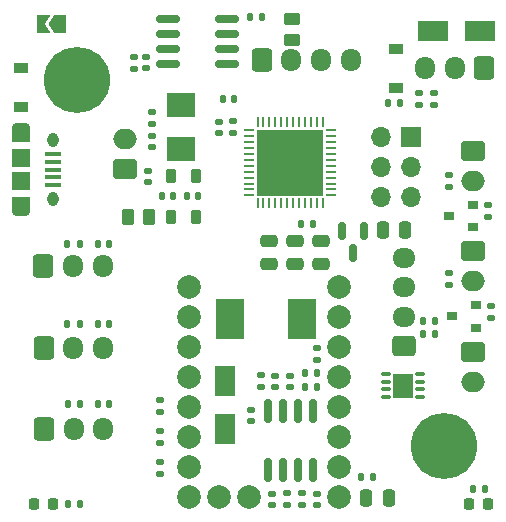
<source format=gbr>
%TF.GenerationSoftware,KiCad,Pcbnew,(6.0.2)*%
%TF.CreationDate,2022-03-22T21:07:05-04:00*%
%TF.ProjectId,turbocan,74757262-6f63-4616-9e2e-6b696361645f,rev?*%
%TF.SameCoordinates,Original*%
%TF.FileFunction,Soldermask,Top*%
%TF.FilePolarity,Negative*%
%FSLAX46Y46*%
G04 Gerber Fmt 4.6, Leading zero omitted, Abs format (unit mm)*
G04 Created by KiCad (PCBNEW (6.0.2)) date 2022-03-22 21:07:05*
%MOMM*%
%LPD*%
G01*
G04 APERTURE LIST*
G04 Aperture macros list*
%AMRoundRect*
0 Rectangle with rounded corners*
0 $1 Rounding radius*
0 $2 $3 $4 $5 $6 $7 $8 $9 X,Y pos of 4 corners*
0 Add a 4 corners polygon primitive as box body*
4,1,4,$2,$3,$4,$5,$6,$7,$8,$9,$2,$3,0*
0 Add four circle primitives for the rounded corners*
1,1,$1+$1,$2,$3*
1,1,$1+$1,$4,$5*
1,1,$1+$1,$6,$7*
1,1,$1+$1,$8,$9*
0 Add four rect primitives between the rounded corners*
20,1,$1+$1,$2,$3,$4,$5,0*
20,1,$1+$1,$4,$5,$6,$7,0*
20,1,$1+$1,$6,$7,$8,$9,0*
20,1,$1+$1,$8,$9,$2,$3,0*%
%AMFreePoly0*
4,1,6,1.000000,0.000000,0.500000,-0.750000,-0.500000,-0.750000,-0.500000,0.750000,0.500000,0.750000,1.000000,0.000000,1.000000,0.000000,$1*%
%AMFreePoly1*
4,1,6,0.500000,-0.750000,-0.650000,-0.750000,-0.150000,0.000000,-0.650000,0.750000,0.500000,0.750000,0.500000,-0.750000,0.500000,-0.750000,$1*%
G04 Aperture macros list end*
%ADD10C,5.600000*%
%ADD11RoundRect,0.140000X0.140000X0.170000X-0.140000X0.170000X-0.140000X-0.170000X0.140000X-0.170000X0*%
%ADD12RoundRect,0.140000X-0.170000X0.140000X-0.170000X-0.140000X0.170000X-0.140000X0.170000X0.140000X0*%
%ADD13RoundRect,0.250000X-0.250000X-0.475000X0.250000X-0.475000X0.250000X0.475000X-0.250000X0.475000X0*%
%ADD14RoundRect,0.250000X0.475000X-0.250000X0.475000X0.250000X-0.475000X0.250000X-0.475000X-0.250000X0*%
%ADD15RoundRect,0.140000X0.170000X-0.140000X0.170000X0.140000X-0.170000X0.140000X-0.170000X-0.140000X0*%
%ADD16R,2.500000X1.700000*%
%ADD17R,1.700000X2.500000*%
%ADD18R,2.350000X3.500000*%
%ADD19RoundRect,0.218750X0.218750X0.381250X-0.218750X0.381250X-0.218750X-0.381250X0.218750X-0.381250X0*%
%ADD20RoundRect,0.135000X-0.135000X-0.185000X0.135000X-0.185000X0.135000X0.185000X-0.135000X0.185000X0*%
%ADD21RoundRect,0.135000X0.185000X-0.135000X0.185000X0.135000X-0.185000X0.135000X-0.185000X-0.135000X0*%
%ADD22RoundRect,0.135000X-0.185000X0.135000X-0.185000X-0.135000X0.185000X-0.135000X0.185000X0.135000X0*%
%ADD23RoundRect,0.135000X0.135000X0.185000X-0.135000X0.185000X-0.135000X-0.185000X0.135000X-0.185000X0*%
%ADD24RoundRect,0.150000X-0.825000X-0.150000X0.825000X-0.150000X0.825000X0.150000X-0.825000X0.150000X0*%
%ADD25R,0.900000X0.800000*%
%ADD26RoundRect,0.062500X-0.375000X-0.062500X0.375000X-0.062500X0.375000X0.062500X-0.375000X0.062500X0*%
%ADD27RoundRect,0.062500X-0.062500X-0.375000X0.062500X-0.375000X0.062500X0.375000X-0.062500X0.375000X0*%
%ADD28R,5.600000X5.600000*%
%ADD29R,2.400000X2.000000*%
%ADD30RoundRect,0.249998X0.450002X-0.262502X0.450002X0.262502X-0.450002X0.262502X-0.450002X-0.262502X0*%
%ADD31RoundRect,0.140000X-0.140000X-0.170000X0.140000X-0.170000X0.140000X0.170000X-0.140000X0.170000X0*%
%ADD32RoundRect,0.150000X0.150000X-0.825000X0.150000X0.825000X-0.150000X0.825000X-0.150000X-0.825000X0*%
%ADD33FreePoly0,180.000000*%
%ADD34FreePoly1,180.000000*%
%ADD35RoundRect,0.250000X0.262500X0.450000X-0.262500X0.450000X-0.262500X-0.450000X0.262500X-0.450000X0*%
%ADD36RoundRect,0.218750X-0.218750X-0.256250X0.218750X-0.256250X0.218750X0.256250X-0.218750X0.256250X0*%
%ADD37RoundRect,0.218750X0.218750X0.256250X-0.218750X0.256250X-0.218750X-0.256250X0.218750X-0.256250X0*%
%ADD38RoundRect,0.250000X0.250000X0.475000X-0.250000X0.475000X-0.250000X-0.475000X0.250000X-0.475000X0*%
%ADD39R,1.350000X0.400000*%
%ADD40O,0.950000X1.250000*%
%ADD41R,1.550000X1.200000*%
%ADD42O,1.550000X0.890000*%
%ADD43R,1.550000X1.500000*%
%ADD44R,1.200000X0.900000*%
%ADD45RoundRect,0.075000X-0.325000X-0.075000X0.325000X-0.075000X0.325000X0.075000X-0.325000X0.075000X0*%
%ADD46C,0.600000*%
%ADD47R,1.700000X2.050000*%
%ADD48RoundRect,0.150000X-0.150000X0.587500X-0.150000X-0.587500X0.150000X-0.587500X0.150000X0.587500X0*%
%ADD49RoundRect,0.250000X0.725000X-0.600000X0.725000X0.600000X-0.725000X0.600000X-0.725000X-0.600000X0*%
%ADD50O,1.950000X1.700000*%
%ADD51RoundRect,0.250000X-0.600000X-0.725000X0.600000X-0.725000X0.600000X0.725000X-0.600000X0.725000X0*%
%ADD52O,1.700000X1.950000*%
%ADD53RoundRect,0.250000X-0.750000X0.600000X-0.750000X-0.600000X0.750000X-0.600000X0.750000X0.600000X0*%
%ADD54O,2.000000X1.700000*%
%ADD55RoundRect,0.250000X0.600000X0.725000X-0.600000X0.725000X-0.600000X-0.725000X0.600000X-0.725000X0*%
%ADD56C,2.000000*%
%ADD57RoundRect,0.250000X0.750000X-0.600000X0.750000X0.600000X-0.750000X0.600000X-0.750000X-0.600000X0*%
%ADD58R,1.700000X1.700000*%
%ADD59O,1.700000X1.700000*%
G04 APERTURE END LIST*
D10*
%TO.C,H4*%
X51000000Y-51000000D03*
%TD*%
%TO.C,H1*%
X20000000Y-20000000D03*
%TD*%
D11*
%TO.C,C2*%
X45000000Y-53600000D03*
X44040000Y-53600000D03*
%TD*%
D12*
%TO.C,C3*%
X25815802Y-18050271D03*
X25815802Y-19010271D03*
%TD*%
%TO.C,C4*%
X36500000Y-55000000D03*
X36500000Y-55960000D03*
%TD*%
D13*
%TO.C,C5*%
X44450000Y-55400000D03*
X46350000Y-55400000D03*
%TD*%
D12*
%TO.C,C6*%
X40250000Y-55020000D03*
X40250000Y-55980000D03*
%TD*%
%TO.C,C7*%
X38000000Y-45020000D03*
X38000000Y-45980000D03*
%TD*%
%TO.C,C8*%
X36750000Y-45020000D03*
X36750000Y-45980000D03*
%TD*%
%TO.C,C9*%
X34700000Y-47920000D03*
X34700000Y-48880000D03*
%TD*%
D14*
%TO.C,C13*%
X36200000Y-35550000D03*
X36200000Y-33650000D03*
%TD*%
%TO.C,C14*%
X38400000Y-35550000D03*
X38400000Y-33650000D03*
%TD*%
%TO.C,C15*%
X40600000Y-35550000D03*
X40600000Y-33650000D03*
%TD*%
D12*
%TO.C,C16*%
X26300000Y-22720000D03*
X26300000Y-23680000D03*
%TD*%
D15*
%TO.C,C17*%
X32000000Y-24480000D03*
X32000000Y-23520000D03*
%TD*%
%TO.C,C18*%
X26300000Y-25680000D03*
X26300000Y-24720000D03*
%TD*%
D11*
%TO.C,C19*%
X30230000Y-29800000D03*
X29270000Y-29800000D03*
%TD*%
D16*
%TO.C,D2*%
X50070000Y-15875000D03*
X54070000Y-15875000D03*
%TD*%
D17*
%TO.C,D3*%
X32500000Y-49500000D03*
X32500000Y-45500000D03*
%TD*%
D18*
%TO.C,L1*%
X32880500Y-40184500D03*
X38980500Y-40184500D03*
%TD*%
D19*
%TO.C,L2*%
X30012500Y-31600000D03*
X27887500Y-31600000D03*
%TD*%
D20*
%TO.C,R3*%
X34625641Y-14673323D03*
X35645641Y-14673323D03*
%TD*%
D21*
%TO.C,R4*%
X37750000Y-56010000D03*
X37750000Y-54990000D03*
%TD*%
D22*
%TO.C,R5*%
X39000000Y-54990000D03*
X39000000Y-56010000D03*
%TD*%
D21*
%TO.C,R6*%
X35500000Y-46000000D03*
X35500000Y-44980000D03*
%TD*%
D20*
%TO.C,R10*%
X39290000Y-46000000D03*
X40310000Y-46000000D03*
%TD*%
D23*
%TO.C,R11*%
X40310000Y-44800000D03*
X39290000Y-44800000D03*
%TD*%
D21*
%TO.C,R15*%
X54993423Y-40125794D03*
X54993423Y-39105794D03*
%TD*%
D20*
%TO.C,R16*%
X49246316Y-41487542D03*
X50266316Y-41487542D03*
%TD*%
D22*
%TO.C,R17*%
X51490000Y-28000000D03*
X51490000Y-29020000D03*
%TD*%
%TO.C,R18*%
X51435000Y-36320000D03*
X51435000Y-37340000D03*
%TD*%
D23*
%TO.C,R19*%
X50256257Y-40411282D03*
X49236257Y-40411282D03*
%TD*%
D22*
%TO.C,R20*%
X33200000Y-23490000D03*
X33200000Y-24510000D03*
%TD*%
%TO.C,R21*%
X24748532Y-18028505D03*
X24748532Y-19048505D03*
%TD*%
D20*
%TO.C,R22*%
X38890000Y-32200000D03*
X39910000Y-32200000D03*
%TD*%
D24*
%TO.C,U3*%
X27703547Y-14860518D03*
X27703547Y-16130518D03*
X27703547Y-17400518D03*
X27703547Y-18670518D03*
X32653547Y-18670518D03*
X32653547Y-17400518D03*
X32653547Y-16130518D03*
X32653547Y-14860518D03*
%TD*%
D25*
%TO.C,U5*%
X53500000Y-32450000D03*
X53500000Y-30550000D03*
X51500000Y-31500000D03*
%TD*%
%TO.C,U6*%
X53705000Y-40955000D03*
X53705000Y-39055000D03*
X51705000Y-40005000D03*
%TD*%
D26*
%TO.C,U8*%
X34562500Y-24250000D03*
X34562500Y-24750000D03*
X34562500Y-25250000D03*
X34562500Y-25750000D03*
X34562500Y-26250000D03*
X34562500Y-26750000D03*
X34562500Y-27250000D03*
X34562500Y-27750000D03*
X34562500Y-28250000D03*
X34562500Y-28750000D03*
X34562500Y-29250000D03*
X34562500Y-29750000D03*
D27*
X35250000Y-30437500D03*
X35750000Y-30437500D03*
X36250000Y-30437500D03*
X36750000Y-30437500D03*
X37250000Y-30437500D03*
X37750000Y-30437500D03*
X38250000Y-30437500D03*
X38750000Y-30437500D03*
X39250000Y-30437500D03*
X39750000Y-30437500D03*
X40250000Y-30437500D03*
X40750000Y-30437500D03*
D26*
X41437500Y-29750000D03*
X41437500Y-29250000D03*
X41437500Y-28750000D03*
X41437500Y-28250000D03*
X41437500Y-27750000D03*
X41437500Y-27250000D03*
X41437500Y-26750000D03*
X41437500Y-26250000D03*
X41437500Y-25750000D03*
X41437500Y-25250000D03*
X41437500Y-24750000D03*
X41437500Y-24250000D03*
D27*
X40750000Y-23562500D03*
X40250000Y-23562500D03*
X39750000Y-23562500D03*
X39250000Y-23562500D03*
X38750000Y-23562500D03*
X38250000Y-23562500D03*
X37750000Y-23562500D03*
X37250000Y-23562500D03*
X36750000Y-23562500D03*
X36250000Y-23562500D03*
X35750000Y-23562500D03*
X35250000Y-23562500D03*
D28*
X38000000Y-27000000D03*
%TD*%
D29*
%TO.C,Y1*%
X28800000Y-22100000D03*
X28800000Y-25800000D03*
%TD*%
D21*
%TO.C,R14*%
X54801054Y-31604192D03*
X54801054Y-30584192D03*
%TD*%
%TO.C,R25*%
X40300000Y-43710000D03*
X40300000Y-42690000D03*
%TD*%
D30*
%TO.C,R26*%
X38141513Y-16613566D03*
X38141513Y-14788566D03*
%TD*%
D31*
%TO.C,C22*%
X32320000Y-21590000D03*
X33280000Y-21590000D03*
%TD*%
D11*
%TO.C,C23*%
X28080000Y-29800000D03*
X27120000Y-29800000D03*
%TD*%
D19*
%TO.C,L3*%
X30012500Y-28100000D03*
X27887500Y-28100000D03*
%TD*%
D22*
%TO.C,R29*%
X27000000Y-52290000D03*
X27000000Y-53310000D03*
%TD*%
%TO.C,R30*%
X27000000Y-49690000D03*
X27000000Y-50710000D03*
%TD*%
%TO.C,R31*%
X27000000Y-47090000D03*
X27000000Y-48110000D03*
%TD*%
D32*
%TO.C,U4*%
X36095000Y-52975000D03*
X37365000Y-52975000D03*
X38635000Y-52975000D03*
X39905000Y-52975000D03*
X39905000Y-48025000D03*
X38635000Y-48025000D03*
X37365000Y-48025000D03*
X36095000Y-48025000D03*
%TD*%
D33*
%TO.C,JP1*%
X18505000Y-15240000D03*
D34*
X17055000Y-15240000D03*
%TD*%
D35*
%TO.C,R9*%
X26088467Y-31562802D03*
X24263467Y-31562802D03*
%TD*%
D20*
%TO.C,R24*%
X19175000Y-55880000D03*
X20195000Y-55880000D03*
%TD*%
D31*
%TO.C,C10*%
X21725000Y-40640000D03*
X22685000Y-40640000D03*
%TD*%
D12*
%TO.C,C20*%
X50165000Y-21110000D03*
X50165000Y-22070000D03*
%TD*%
D20*
%TO.C,R23*%
X53465000Y-54610000D03*
X54485000Y-54610000D03*
%TD*%
%TO.C,R7*%
X19155000Y-40640000D03*
X20175000Y-40640000D03*
%TD*%
D31*
%TO.C,C11*%
X21738695Y-47414402D03*
X22698695Y-47414402D03*
%TD*%
D36*
%TO.C,D5*%
X53187500Y-55880000D03*
X54762500Y-55880000D03*
%TD*%
D37*
%TO.C,D6*%
X17932500Y-55880000D03*
X16357500Y-55880000D03*
%TD*%
D38*
%TO.C,C1*%
X47769199Y-32721479D03*
X45869199Y-32721479D03*
%TD*%
D12*
%TO.C,C12*%
X26015000Y-27665000D03*
X26015000Y-28625000D03*
%TD*%
D20*
%TO.C,R2*%
X19155000Y-33860000D03*
X20175000Y-33860000D03*
%TD*%
D31*
%TO.C,C24*%
X21725000Y-33860000D03*
X22685000Y-33860000D03*
%TD*%
D39*
%TO.C,J1*%
X17940000Y-26275000D03*
X17940000Y-26925000D03*
X17940000Y-27575000D03*
X17940000Y-28225000D03*
X17940000Y-28875000D03*
D40*
X17940000Y-25075000D03*
D41*
X15240000Y-30475000D03*
D42*
X15240000Y-24075000D03*
D43*
X15240000Y-28575000D03*
D42*
X15240000Y-31075000D03*
D43*
X15240000Y-26575000D03*
D40*
X17940000Y-30075000D03*
D41*
X15240000Y-24675000D03*
%TD*%
D21*
%TO.C,R27*%
X48895000Y-22100000D03*
X48895000Y-21080000D03*
%TD*%
D44*
%TO.C,D4*%
X46990000Y-17400000D03*
X46990000Y-20700000D03*
%TD*%
D20*
%TO.C,R8*%
X19168695Y-47414402D03*
X20188695Y-47414402D03*
%TD*%
D45*
%TO.C,U7*%
X46144123Y-44881909D03*
X46144123Y-46181909D03*
X46144123Y-45531909D03*
X46144123Y-46831909D03*
D46*
X48102123Y-46542709D03*
D45*
X49044123Y-46181909D03*
D46*
X48102123Y-45856909D03*
X47086123Y-45856909D03*
D45*
X49044123Y-44881909D03*
D46*
X48102123Y-45171109D03*
X47086123Y-45171109D03*
D47*
X47594123Y-45856909D03*
D45*
X49044123Y-45531909D03*
D46*
X47086123Y-46542709D03*
D45*
X49044123Y-46831909D03*
%TD*%
D44*
%TO.C,D1*%
X15224904Y-19005204D03*
X15224904Y-22305204D03*
%TD*%
D20*
%TO.C,R28*%
X46260334Y-21942231D03*
X47280334Y-21942231D03*
%TD*%
D48*
%TO.C,U1*%
X44302760Y-32730904D03*
X42402760Y-32730904D03*
X43352760Y-34605904D03*
%TD*%
D49*
%TO.C,J2*%
X47625000Y-42545000D03*
D50*
X47625000Y-40045000D03*
X47625000Y-37545000D03*
X47625000Y-35045000D03*
%TD*%
D51*
%TO.C,J10*%
X35620000Y-18305000D03*
D52*
X38120000Y-18305000D03*
X40620000Y-18305000D03*
X43120000Y-18305000D03*
%TD*%
D53*
%TO.C,J11*%
X53500000Y-26000000D03*
D54*
X53500000Y-28500000D03*
%TD*%
D53*
%TO.C,J12*%
X53500000Y-34500000D03*
D54*
X53500000Y-37000000D03*
%TD*%
D53*
%TO.C,J13*%
X53493654Y-43021373D03*
D54*
X53493654Y-45521373D03*
%TD*%
D55*
%TO.C,J14*%
X54454261Y-18997116D03*
D52*
X51954261Y-18997116D03*
X49454261Y-18997116D03*
%TD*%
D56*
%TO.C,U2*%
X42120000Y-37540000D03*
X42120000Y-40080000D03*
X42120000Y-42620000D03*
X42120000Y-45160000D03*
X42120000Y-47700000D03*
X42120000Y-50240000D03*
X42120000Y-52780000D03*
X42120000Y-55320000D03*
X29420000Y-37540000D03*
X29420000Y-40080000D03*
X29420000Y-42620000D03*
X29420000Y-45160000D03*
X29420000Y-47700000D03*
X29420000Y-50240000D03*
X29420000Y-52780000D03*
X29420000Y-55320000D03*
X34500000Y-55320000D03*
X31960000Y-55320000D03*
%TD*%
D51*
%TO.C,J8*%
X17189203Y-49543659D03*
D52*
X19689203Y-49543659D03*
X22189203Y-49543659D03*
%TD*%
D51*
%TO.C,J3*%
X17125000Y-35765000D03*
D52*
X19625000Y-35765000D03*
X22125000Y-35765000D03*
%TD*%
D57*
%TO.C,J9*%
X24000000Y-27490000D03*
D54*
X24000000Y-24990000D03*
%TD*%
D51*
%TO.C,J7*%
X17165000Y-42640000D03*
D52*
X19665000Y-42640000D03*
X22165000Y-42640000D03*
%TD*%
D58*
%TO.C,J15*%
X48265000Y-24780000D03*
D59*
X45725000Y-24780000D03*
X48265000Y-27320000D03*
X45725000Y-27320000D03*
X48265000Y-29860000D03*
X45725000Y-29860000D03*
%TD*%
M02*

</source>
